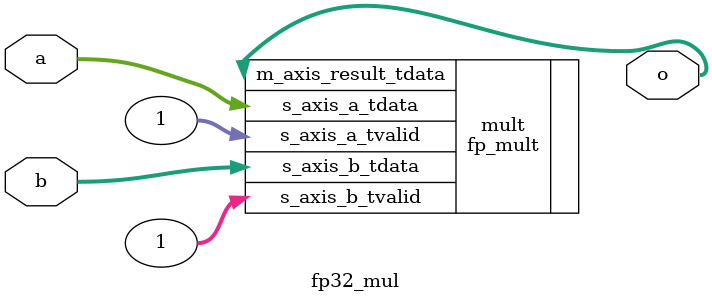
<source format=v>
`timescale 1ns / 1ps


module fp32_mul (
    input wire [31:0] a,  // FP32 input A
    input wire [31:0] b,  // FP32 input B
    output  [31:0] o   // FP32 output (A * B)
);

 fp_mult mult(.s_axis_a_tdata(a),.s_axis_a_tvalid(1),.s_axis_b_tvalid(1),.s_axis_b_tdata(b),.m_axis_result_tdata(o));

    
endmodule


</source>
